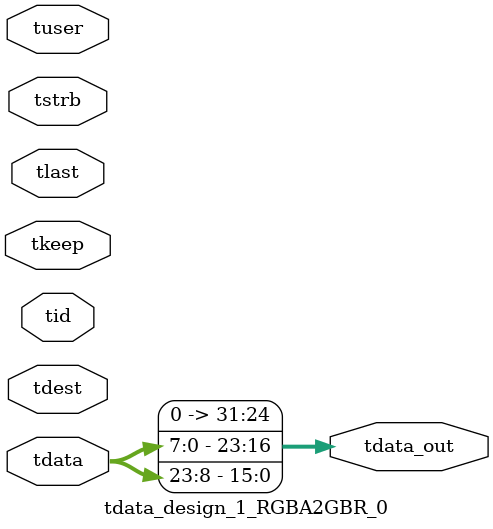
<source format=v>


`timescale 1ps/1ps

module tdata_design_1_RGBA2GBR_0 #
(
parameter C_S_AXIS_TDATA_WIDTH = 32,
parameter C_S_AXIS_TUSER_WIDTH = 0,
parameter C_S_AXIS_TID_WIDTH   = 0,
parameter C_S_AXIS_TDEST_WIDTH = 0,
parameter C_M_AXIS_TDATA_WIDTH = 32
)
(
input  [(C_S_AXIS_TDATA_WIDTH == 0 ? 1 : C_S_AXIS_TDATA_WIDTH)-1:0     ] tdata,
input  [(C_S_AXIS_TUSER_WIDTH == 0 ? 1 : C_S_AXIS_TUSER_WIDTH)-1:0     ] tuser,
input  [(C_S_AXIS_TID_WIDTH   == 0 ? 1 : C_S_AXIS_TID_WIDTH)-1:0       ] tid,
input  [(C_S_AXIS_TDEST_WIDTH == 0 ? 1 : C_S_AXIS_TDEST_WIDTH)-1:0     ] tdest,
input  [(C_S_AXIS_TDATA_WIDTH/8)-1:0 ] tkeep,
input  [(C_S_AXIS_TDATA_WIDTH/8)-1:0 ] tstrb,
input                                                                    tlast,
output [C_M_AXIS_TDATA_WIDTH-1:0] tdata_out
);

assign tdata_out = {tdata[7:0],tdata[23:8]};

endmodule


</source>
